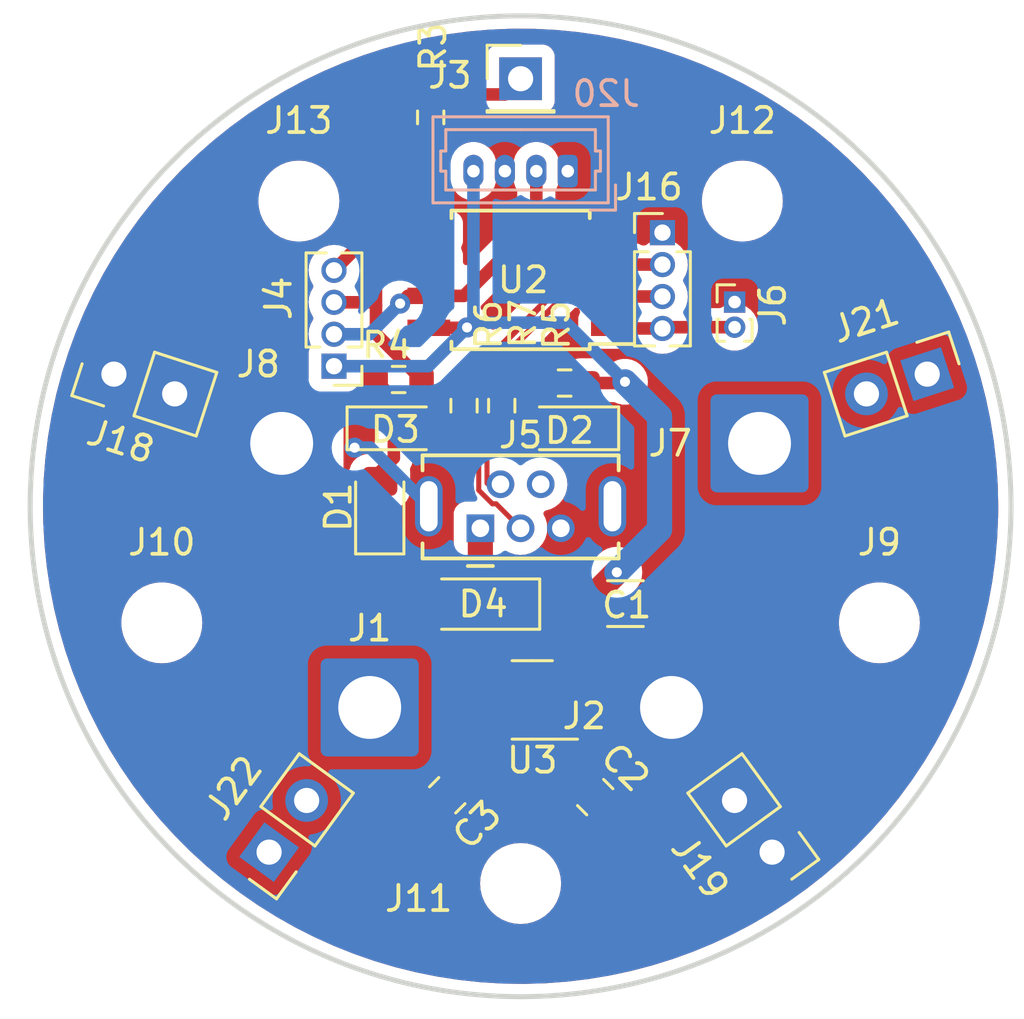
<source format=kicad_pcb>
(kicad_pcb (version 20211014) (generator pcbnew)
  (layers (0 "F.Cu" signal) (31 "B.Cu" signal) (34 "B.Paste" user) (35 "F.Paste" user) (36 "B.SilkS" user "B.Silkscreen") (37 "F.SilkS" user "F.Silkscreen") (38 "B.Mask" user) (39 "F.Mask" user) (44 "Edge.Cuts" user))
  (net 0 "")
  (net 1 "GND")
  (net 2 "+5V")
  (net 3 "Net-(J3-Pad1)")
  (net 5 "/D_N")
  (net 6 "/D_P")
  (net 7 "VBUS")
  (net 8 "B2")
  (net 9 "B0")
  (net 10 "B1")
  (net 11 "Net-(D1-Pad2)")
  (net 12 "USB_N")
  (net 13 "USB_P")
  (net 14 "RESET")
  (net 15 "+12V")
  (footprint "Connector_Wire:SolderWire-2sqmm_1x01_D2mm_OD3.9mm" (layer "F.Cu") (at 106 108)
    (fp_text reference "J2" (at -3.47 0.34) (layer "F.SilkS"))
    (fp_text value "Conn_01x01")
    (pad "1" thru_hole roundrect (at 0 0) (size 3.9 3.9) (drill 2.5) (layers *.Cu *.Mask) (roundrect_rratio 0.064103) (net 15 "+12V"))
  )
  (footprint "Connector_PinHeader_2.54mm:PinHeader_1x01_P2.54mm_Vertical" (layer "F.Cu") (at 100 83)
    (fp_text reference "J3" (at -2.81 -0.13) (layer "F.SilkS"))
    (fp_text value "Conn_01x01")
    (fp_line (start -1.33 1.27) (end -1.33 1.33) (layer "F.SilkS") (width 0.12))
    (fp_line (start 1.33 1.27) (end 1.33 1.33) (layer "F.SilkS") (width 0.12))
    (fp_line (start -1.33 1.33) (end 1.33 1.33) (layer "F.SilkS") (width 0.12))
    (fp_line (start -1.33 1.27) (end 1.33 1.27) (layer "F.SilkS") (width 0.12))
    (fp_line (start -1.33 0) (end -1.33 -1.33) (layer "F.SilkS") (width 0.12))
    (fp_line (start -1.33 -1.33) (end 0 -1.33) (layer "F.SilkS") (width 0.12))
    (pad "1" thru_hole rect locked (at 0 0) (size 1.7 1.7) (drill 1) (layers *.Cu *.Mask) (net 3 "Net-(J3-Pad1)"))
  )
  (footprint "Connector_USB:USB_Mini-B_Tensility_54-00023_Vertical" (layer "F.Cu") (at 98.4 100.875)
    (fp_text reference "J5" (at 1.6 -3.7) (layer "F.SilkS"))
    (fp_text value "USB_B_Micro")
    (fp_line (start 5.5 1.2) (end 5.5 0.6) (layer "F.SilkS") (width 0.15))
    (fp_line (start -0.5 1.5) (end 0.5 1.5) (layer "F.SilkS") (width 0.15))
    (fp_line (start -2.3 -2.3) (end -2.3 -2.9) (layer "F.SilkS") (width 0.15))
    (fp_line (start -2.3 1.2) (end 5.5 1.2) (layer "F.SilkS") (width 0.15))
    (fp_line (start -2.3 0.6) (end -2.3 1.2) (layer "F.SilkS") (width 0.15))
    (fp_line (start 5.5 -2.9) (end 5.5 -2.3) (layer "F.SilkS") (width 0.15))
    (fp_line (start -2.3 -2.9) (end 5.5 -2.9) (layer "F.SilkS") (width 0.15))
    (pad "1" thru_hole rect locked (at 0 0) (size 1.1 1.1) (drill 0.7) (layers *.Cu *.Mask) (net 7 "VBUS"))
    (pad "2" thru_hole circle locked (at 0.8 -1.75) (size 1.1 1.1) (drill 0.7) (layers *.Cu *.Mask) (net 5 "/D_N"))
    (pad "3" thru_hole circle locked (at 1.6 0) (size 1.1 1.1) (drill 0.7) (layers *.Cu *.Mask) (net 6 "/D_P"))
    (pad "4" thru_hole circle locked (at 2.4 -1.75) (size 1.1 1.1) (drill 0.7) (layers *.Cu *.Mask))
    (pad "5" thru_hole circle locked (at 3.2 0) (size 1.1 1.1) (drill 0.7) (layers *.Cu *.Mask) (net 1 "GND"))
    (pad "6" thru_hole oval locked (at 5.25 -0.875) (size 1.1 2.4) (drill oval 0.7 2) (layers *.Cu *.Mask) (net 1 "GND"))
    (pad "6" thru_hole oval locked (at -2.05 -0.875) (size 1.1 2.4) (drill oval 0.7 2) (layers *.Cu *.Mask) (net 1 "GND"))
  )
  (footprint "Resistor_SMD:R_0603_1608Metric_Pad0.98x0.95mm_HandSolder" (layer "F.Cu") (at 96.425 84.5375 -90)
    (fp_text reference "R3" (at -2.8 -0.09 -270) (layer "F.SilkS"))
    (fp_text value "500")
    (fp_line (start -0.254724 0.5225) (end 0.254724 0.5225) (layer "F.SilkS") (width 0.12))
    (fp_line (start -0.254724 -0.5225) (end 0.254724 -0.5225) (layer "F.SilkS") (width 0.12))
    (pad "1" smd roundrect locked (at -0.9125 0 270) (size 0.975 0.95) (layers "F.Cu" "F.Paste" "F.Mask") (net 3 "Net-(J3-Pad1)"))
    (pad "2" smd roundrect locked (at 0.9125 0 270) (size 0.975 0.95) (layers "F.Cu" "F.Paste" "F.Mask") (net 9 "B0"))
  )
  (footprint "Resistor_SMD:R_0603_1608Metric_Pad0.98x0.95mm_HandSolder" (layer "F.Cu") (at 95.15 94.96)
    (fp_text reference "R4" (at -0.47 -1.36) (layer "F.SilkS"))
    (fp_text value "470")
    (fp_line (start -0.254724 -0.5225) (end 0.254724 -0.5225) (layer "F.SilkS") (width 0.12))
    (fp_line (start -0.254724 0.5225) (end 0.254724 0.5225) (layer "F.SilkS") (width 0.12))
    (pad "1" smd roundrect locked (at -0.9125 0) (size 0.975 0.95) (layers "F.Cu" "F.Paste" "F.Mask") (net 11 "Net-(D1-Pad2)"))
    (pad "2" smd roundrect locked (at 0.9125 0) (size 0.975 0.95) (layers "F.Cu" "F.Paste" "F.Mask") (net 10 "B1"))
  )
  (footprint "Resistor_SMD:R_0603_1608Metric_Pad0.98x0.95mm_HandSolder" (layer "F.Cu") (at 99.25 96 -90)
    (fp_text reference "R7" (at -3.26 -0.84 90) (layer "F.SilkS"))
    (fp_text value "68")
    (fp_line (start -0.254724 -0.5225) (end 0.254724 -0.5225) (layer "F.SilkS") (width 0.12))
    (fp_line (start -0.254724 0.5225) (end 0.254724 0.5225) (layer "F.SilkS") (width 0.12))
    (pad "1" smd roundrect locked (at -0.9125 0 270) (size 0.975 0.95) (layers "F.Cu" "F.Paste" "F.Mask") (net 12 "USB_N"))
    (pad "2" smd roundrect locked (at 0.9125 0 270) (size 0.975 0.95) (layers "F.Cu" "F.Paste" "F.Mask") (net 5 "/D_N"))
  )
  (footprint "Package_SO:SOIJ-8_5.3x5.3mm_P1.27mm" (layer "F.Cu") (at 100 91 180)
    (fp_text reference "U2" (at -0.1 0) (layer "F.SilkS"))
    (fp_text value "ATtiny85-20SU")
    (fp_line (start -2.75 2.755) (end -2.75 2.455) (layer "F.SilkS") (width 0.15))
    (fp_line (start -2.75 -2.55) (end -4.5 -2.55) (layer "F.SilkS") (width 0.15))
    (fp_line (start 2.75 2.755) (end 2.75 2.455) (layer "F.SilkS") (width 0.15))
    (fp_line (start -2.75 -2.755) (end 2.75 -2.755) (layer "F.SilkS") (width 0.15))
    (fp_line (start 2.75 -2.755) (end 2.75 -2.455) (layer "F.SilkS") (width 0.15))
    (fp_line (start -2.75 2.755) (end 2.75 2.755) (layer "F.SilkS") (width 0.15))
    (fp_line (start -2.75 -2.755) (end -2.75 -2.55) (layer "F.SilkS") (width 0.15))
    (pad "1" smd rect locked (at -3.65 -1.905 180) (size 1.7 0.65) (layers "F.Cu" "F.Paste" "F.Mask") (net 14 "RESET"))
    (pad "2" smd rect locked (at -3.65 -0.635 180) (size 1.7 0.65) (layers "F.Cu" "F.Paste" "F.Mask") (net 12 "USB_N"))
    (pad "3" smd rect locked (at -3.65 0.635 180) (size 1.7 0.65) (layers "F.Cu" "F.Paste" "F.Mask") (net 13 "USB_P"))
    (pad "4" smd rect locked (at -3.65 1.905 180) (size 1.7 0.65) (layers "F.Cu" "F.Paste" "F.Mask") (net 1 "GND"))
    (pad "5" smd rect locked (at 3.65 1.905 180) (size 1.7 0.65) (layers "F.Cu" "F.Paste" "F.Mask") (net 9 "B0"))
    (pad "6" smd rect locked (at 3.65 0.635 180) (size 1.7 0.65) (layers "F.Cu" "F.Paste" "F.Mask") (net 10 "B1"))
    (pad "7" smd rect locked (at 3.65 -0.635 180) (size 1.7 0.65) (layers "F.Cu" "F.Paste" "F.Mask") (net 8 "B2"))
    (pad "8" smd rect locked (at 3.65 -1.905 180) (size 1.7 0.65) (layers "F.Cu" "F.Paste" "F.Mask") (net 2 "+5V"))
  )
  (footprint "Connector_Wire:SolderWire-2sqmm_1x01_D2mm_OD3.9mm" (layer "F.Cu") (at 94 108)
    (fp_text reference "J1" (at 0 -3.15) (layer "F.SilkS"))
    (fp_text value "Conn_01x01")
    (pad "1" thru_hole roundrect (at 0 0) (size 3.9 3.9) (drill 2.5) (layers *.Cu *.Mask) (roundrect_rratio 0.064103) (net 1 "GND"))
  )
  (footprint "Connector_Wire:SolderWire-2sqmm_1x01_D2mm_OD3.9mm" (layer "F.Cu") (at 109.5 97.5)
    (fp_text reference "J7" (at -3.55 0) (layer "F.SilkS"))
    (fp_text value "Conn_01x01")
    (pad "1" thru_hole roundrect (at 0 0) (size 3.9 3.9) (drill 2.5) (layers *.Cu *.Mask) (roundrect_rratio 0.064103) (net 1 "GND"))
  )
  (footprint "MountingHole:MountingHole_2.2mm_M2" (layer "F.Cu") (at 100 115)
    (fp_text reference "J11" (at -4.05 0.6) (layer "F.SilkS"))
    (fp_text value "Conn_01x01")
    (pad "" np_thru_hole circle locked (at 0 0) (size 2.2 2.2) (drill 2.2) (layers *.Cu *.Mask))
  )
  (footprint "MountingHole:MountingHole_2.2mm_M2" (layer "F.Cu") (at 108.817 87.865)
    (fp_text reference "J12" (at 0 -3.2) (layer "F.SilkS"))
    (fp_text value "Conn_01x01")
    (pad "" np_thru_hole circle locked (at 0 0) (size 2.2 2.2) (drill 2.2) (layers F&B.Cu *.Mask))
  )
  (footprint "MountingHole:MountingHole_2.2mm_M2" (layer "F.Cu") (at 91.183 87.865)
    (fp_text reference "J13" (at 0 -3.2) (layer "F.SilkS"))
    (fp_text value "Conn_01x01")
    (pad "" np_thru_hole circle locked (at 0 0) (size 2.2 2.2) (drill 2.2) (layers *.Cu *.Mask))
  )
  (footprint "MountingHole:MountingHole_2.2mm_M2" (layer "F.Cu") (at 114.266 104.635)
    (fp_text reference "J9" (at 0 -3.2) (layer "F.SilkS"))
    (fp_text value "Conn_01x01")
    (pad "" np_thru_hole circle locked (at 0 0) (size 2.2 2.2) (drill 2.2) (layers *.Cu *.Mask))
  )
  (footprint "MountingHole:MountingHole_2.2mm_M2" (layer "F.Cu") (at 85.734 104.635)
    (fp_text reference "J10" (at 0 -3.2) (layer "F.SilkS"))
    (fp_text value "Conn_01x01")
    (pad "" np_thru_hole circle locked (at 0 0) (size 2.2 2.2) (drill 2.2) (layers *.Cu *.Mask))
  )
  (footprint "Capacitor_SMD:C_1206_3216Metric_Pad1.33x1.80mm_HandSolder" (layer "F.Cu") (at 104.1675 103.87)
    (fp_text reference "C1" (at 0.0525 0.06) (layer "F.SilkS"))
    (fp_text value "10uF")
    (fp_line (start -0.711252 -0.91) (end 0.711252 -0.91) (layer "F.SilkS") (width 0.12))
    (fp_line (start -0.711252 0.91) (end 0.711252 0.91) (layer "F.SilkS") (width 0.12))
    (pad "1" smd roundrect (at -1.5625 0) (size 1.325 1.8) (layers "F.Cu" "F.Paste" "F.Mask") (roundrect_rratio 0.188679) (net 2 "+5V"))
    (pad "2" smd roundrect (at 1.5625 0) (size 1.325 1.8) (layers "F.Cu" "F.Paste" "F.Mask") (roundrect_rratio 0.188679) (net 1 "GND"))
  )
  (footprint "Diode_SMD:D_SOD-323_HandSoldering" (layer "F.Cu") (at 102 96.9 180)
    (fp_text reference "D2" (at 0.06 -0.09 180) (layer "F.SilkS"))
    (fp_text value "3.6V")
    (fp_line (start -1.9 0.85) (end 1.25 0.85) (layer "F.SilkS") (width 0.12))
    (fp_line (start -1.9 -0.85) (end 1.25 -0.85) (layer "F.SilkS") (width 0.12))
    (fp_line (start -1.9 -0.85) (end -1.9 0.85) (layer "F.SilkS") (width 0.12))
    (pad "1" smd rect (at -1.25 0 180) (size 1 1) (layers "F.Cu" "F.Paste" "F.Mask") (net 1 "GND"))
    (pad "2" smd rect (at 1.25 0 180) (size 1 1) (layers "F.Cu" "F.Paste" "F.Mask") (net 5 "/D_N"))
  )
  (footprint "Diode_SMD:D_SOD-323_HandSoldering" (layer "F.Cu") (at 95 96.9)
    (fp_text reference "D3" (at 0.02 0.05) (layer "F.SilkS"))
    (fp_text value "3.6V")
    (fp_line (start -1.9 -0.85) (end -1.9 0.85) (layer "F.SilkS") (width 0.12))
    (fp_line (start -1.9 -0.85) (end 1.25 -0.85) (layer "F.SilkS") (width 0.12))
    (fp_line (start -1.9 0.85) (end 1.25 0.85) (layer "F.SilkS") (width 0.12))
    (pad "1" smd rect (at -1.25 0) (size 1 1) (layers "F.Cu" "F.Paste" "F.Mask") (net 1 "GND"))
    (pad "2" smd rect (at 1.25 0) (size 1 1) (layers "F.Cu" "F.Paste" "F.Mask") (net 6 "/D_P"))
  )
  (footprint "LED_SMD:LED_0805_2012Metric_Pad1.15x1.40mm_HandSolder" (layer "F.Cu") (at 94.4 100.035 90)
    (fp_text reference "D1" (at 0 -1.65 90) (layer "F.SilkS"))
    (fp_text value "LED")
    (fp_line (start 1 -0.96) (end -1.86 -0.96) (layer "F.SilkS") (width 0.12))
    (fp_line (start -1.86 -0.96) (end -1.86 0.96) (layer "F.SilkS") (width 0.12))
    (fp_line (start -1.86 0.96) (end 1 0.96) (layer "F.SilkS") (width 0.12))
    (pad "1" smd roundrect locked (at -1.025 0 90) (size 1.15 1.4) (layers "F.Cu" "F.Paste" "F.Mask") (roundrect_rratio 0.217391) (net 1 "GND"))
    (pad "2" smd roundrect locked (at 1.025 0 90) (size 1.15 1.4) (layers "F.Cu" "F.Paste" "F.Mask") (roundrect_rratio 0.217391) (net 11 "Net-(D1-Pad2)"))
  )
  (footprint "Diode_SMD:D_SOD-123" (layer "F.Cu") (at 98.51 103.89 180)
    (fp_text reference "D4" (at 0 0) (layer "F.SilkS"))
    (fp_text value "D_Schottky")
    (fp_line (start -2.25 1) (end 1.65 1) (layer "F.SilkS") (width 0.12))
    (fp_line (start -2.25 -1) (end -2.25 1) (layer "F.SilkS") (width 0.12))
    (fp_line (start -2.25 -1) (end 1.65 -1) (layer "F.SilkS") (width 0.12))
    (pad "1" smd rect locked (at -1.65 0 180) (size 0.9 1.2) (layers "F.Cu" "F.Paste" "F.Mask") (net 2 "+5V"))
    (pad "2" smd rect locked (at 1.65 0 180) (size 0.9 1.2) (layers "F.Cu" "F.Paste" "F.Mask") (net 7 "VBUS"))
  )
  (footprint "Connector_PinHeader_1.00mm:PinHeader_1x02_P1.00mm_Vertical" (layer "F.Cu") (at 108.51 91.88)
    (fp_text reference "J6" (at 1.51 0.11 270) (layer "F.SilkS"))
    (fp_text value "Conn_01x02")
    (fp_line (start -0.695 1.56) (end -0.394493 1.56) (layer "F.SilkS") (width 0.12))
    (fp_line (start -0.695 0) (end -0.695 -0.685) (layer "F.SilkS") (width 0.12))
    (fp_line (start -0.695 0.685) (end -0.608276 0.685) (layer "F.SilkS") (width 0.12))
    (fp_line (start -0.695 0.685) (end -0.695 1.56) (layer "F.SilkS") (width 0.12))
    (fp_line (start 0.394493 1.56) (end 0.695 1.56) (layer "F.SilkS") (width 0.12))
    (fp_line (start 0.608276 0.685) (end 0.695 0.685) (layer "F.SilkS") (width 0.12))
    (fp_line (start -0.695 -0.685) (end 0 -0.685) (layer "F.SilkS") (width 0.12))
    (fp_line (start 0.695 0.685) (end 0.695 1.56) (layer "F.SilkS") (width 0.12))
    (pad "1" thru_hole rect (at 0 0) (size 0.85 0.85) (drill 0.5) (layers *.Cu *.Mask) (net 1 "GND"))
    (pad "2" thru_hole oval (at 0 1) (size 0.85 0.85) (drill 0.5) (layers *.Cu *.Mask) (net 14 "RESET"))
  )
  (footprint "Connector_PinHeader_1.27mm:PinHeader_1x04_P1.27mm_Vertical" (layer "F.Cu") (at 92.58 94.43 180)
    (fp_text reference "J4" (at 2.21 2.7 90) (layer "F.SilkS"))
    (fp_text value "Conn_01x04")
    (fp_line (start 0.563471 0.76) (end 1.11 0.76) (layer "F.SilkS") (width 0.12))
    (fp_line (start -1.11 -0.76) (end 0 -0.76) (layer "F.SilkS") (width 0.12))
    (fp_line (start 0.30753 4.505) (end 1.11 4.505) (layer "F.SilkS") (width 0.12))
    (fp_line (start -1.11 0) (end -1.11 -0.76) (layer "F.SilkS") (width 0.12))
    (fp_line (start -1.11 4.505) (end -0.30753 4.505) (layer "F.SilkS") (width 0.12))
    (fp_line (start 1.11 0.76) (end 1.11 4.505) (layer "F.SilkS") (width 0.12))
    (fp_line (start -1.11 0.76) (end -0.563471 0.76) (layer "F.SilkS") (width 0.12))
    (fp_line (start -1.11 0.76) (end -1.11 4.505) (layer "F.SilkS") (width 0.12))
    (pad "1" thru_hole rect (at 0 0 180) (size 1 1) (drill 0.65) (layers *.Cu *.Mask) (net 2 "+5V"))
    (pad "2" thru_hole oval (at 0 1.27 180) (size 1 1) (drill 0.65) (layers *.Cu *.Mask) (net 8 "B2"))
    (pad "3" thru_hole oval (at 0 2.54 180) (size 1 1) (drill 0.65) (layers *.Cu *.Mask) (net 10 "B1"))
    (pad "4" thru_hole oval (at 0 3.81 180) (size 1 1) (drill 0.65) (layers *.Cu *.Mask) (net 9 "B0"))
  )
  (footprint "Connector_PinHeader_1.27mm:PinHeader_1x04_P1.27mm_Vertical" (layer "F.Cu") (at 105.64 89.12)
    (fp_text reference "J16" (at -0.53 -1.81) (layer "F.SilkS"))
    (fp_text value "Conn_01x04")
    (fp_line (start -1.11 -0.76) (end 0 -0.76) (layer "F.SilkS") (width 0.12))
    (fp_line (start -1.11 0.76) (end -0.563471 0.76) (layer "F.SilkS") (width 0.12))
    (fp_line (start -1.11 0) (end -1.11 -0.76) (layer "F.SilkS") (width 0.12))
    (fp_line (start -1.11 0.76) (end -1.11 4.505) (layer "F.SilkS") (width 0.12))
    (fp_line (start 1.11 0.76) (end 1.11 4.505) (layer "F.SilkS") (width 0.12))
    (fp_line (start -1.11 4.505) (end -0.30753 4.505) (layer "F.SilkS") (width 0.12))
    (fp_line (start 0.30753 4.505) (end 1.11 4.505) (layer "F.SilkS") (width 0.12))
    (fp_line (start 0.563471 0.76) (end 1.11 0.76) (layer "F.SilkS") (width 0.12))
    (pad "1" thru_hole rect (at 0 0) (size 1 1) (drill 0.65) (layers *.Cu *.Mask) (net 1 "GND"))
    (pad "2" thru_hole oval (at 0 1.27) (size 1 1) (drill 0.65) (layers *.Cu *.Mask) (net 13 "USB_P"))
    (pad "3" thru_hole oval (at 0 2.54) (size 1 1) (drill 0.65) (layers *.Cu *.Mask) (net 12 "USB_N"))
    (pad "4" thru_hole oval (at 0 3.81) (size 1 1) (drill 0.65) (layers *.Cu *.Mask) (net 14 "RESET"))
  )
  (footprint "Resistor_SMD:R_0603_1608Metric_Pad0.98x0.95mm_HandSolder" (layer "F.Cu") (at 97.75 96 -90)
    (fp_text reference "R6" (at -3.22 -0.98 90) (layer "F.SilkS"))
    (fp_text value "68")
    (fp_line (start -0.254724 -0.5225) (end 0.254724 -0.5225) (layer "F.SilkS") (width 0.12))
    (fp_line (start -0.254724 0.5225) (end 0.254724 0.5225) (layer "F.SilkS") (width 0.12))
    (pad "1" smd roundrect locked (at -0.9125 0 270) (size 0.975 0.95) (layers "F.Cu" "F.Paste" "F.Mask") (net 13 "USB_P"))
    (pad "2" smd roundrect locked (at 0.9125 0 270) (size 0.975 0.95) (layers "F.Cu" "F.Paste" "F.Mask") (net 6 "/D_P"))
  )
  (footprint "Resistor_SMD:R_0603_1608Metric_Pad0.98x0.95mm_HandSolder" (layer "F.Cu") (at 101.75 95.1 180)
    (fp_text reference "R5" (at 0.32 2.3 90) (layer "F.SilkS"))
    (fp_text value "1.5K")
    (fp_line (start -0.254724 -0.5225) (end 0.254724 -0.5225) (layer "F.SilkS") (width 0.12))
    (fp_line (start -0.254724 0.5225) (end 0.254724 0.5225) (layer "F.SilkS") (width 0.12))
    (pad "1" smd roundrect locked (at -0.9125 0 180) (size 0.975 0.95) (layers "F.Cu" "F.Paste" "F.Mask") (net 2 "+5V"))
    (pad "2" smd roundrect locked (at 0.9125 0 180) (size 0.975 0.95) (layers "F.Cu" "F.Paste" "F.Mask") (net 5 "/D_N"))
  )
  (footprint "Package_TO_SOT_SMD:SOT-23-5" (layer "F.Cu") (at 100.4625 107.7 180)
    (fp_text reference "U3" (at 0 -2.4) (layer "F.SilkS"))
    (fp_text value "MIC5219-5.0YM5")
    (fp_line (start 0 1.56) (end -0.8 1.56) (layer "F.SilkS") (width 0.12))
    (fp_line (start 0 -1.56) (end 0.8 -1.56) (layer "F.SilkS") (width 0.12))
    (fp_line (start 0 1.56) (end 0.8 1.56) (layer "F.SilkS") (width 0.12))
    (fp_line (start 0 -1.56) (end -1.8 -1.56) (layer "F.SilkS") (width 0.12))
    (pad "1" smd roundrect locked (at -1.1375 -0.95 180) (size 1.325 0.6) (layers "F.Cu" "F.Paste" "F.Mask") (net 15 "+12V"))
    (pad "2" smd roundrect locked (at -1.1375 0 180) (size 1.325 0.6) (layers "F.Cu" "F.Paste" "F.Mask") (net 1 "GND"))
    (pad "3" smd roundrect locked (at -1.1375 0.95 180) (size 1.325 0.6) (layers "F.Cu" "F.Paste" "F.Mask"))
    (pad "4" smd roundrect locked (at 1.1375 0.95 180) (size 1.325 0.6) (layers "F.Cu" "F.Paste" "F.Mask"))
    (pad "5" smd roundrect locked (at 1.1375 -0.95 180) (size 1.325 0.6) (layers "F.Cu" "F.Paste" "F.Mask") (net 2 "+5V"))
  )
  (footprint "Connector_PinHeader_2.54mm:PinHeader_1x02_P2.54mm_Vertical" (layer "F.Cu") (at 83.83 94.7467 72)
    (fp_text reference "J18" (at -2.459025 1.08288 162) (layer "F.SilkS"))
    (fp_text value "Conn_01x02")
    (fp_line (start -1.33 1.27) (end -1.33 3.87) (layer "F.SilkS") (width 0.12))
    (fp_line (start -1.33 1.27) (end 1.33 1.27) (layer "F.SilkS") (width 0.12))
    (fp_line (start -1.33 3.87) (end 1.33 3.87) (layer "F.SilkS") (width 0.12))
    (fp_line (start -1.33 -1.33) (end 0 -1.33) (layer "F.SilkS") (width 0.12))
    (fp_line (start 1.33 1.27) (end 1.33 3.87) (layer "F.SilkS") (width 0.12))
    (fp_line (start -1.33 0) (end -1.33 -1.33) (layer "F.SilkS") (width 0.12))
    (pad "1" thru_hole rect locked (at 0 0 72) (size 1.7 1.7) (drill 1) (layers *.Cu *.Mask) (net 15 "+12V"))
    (pad "2" thru_hole oval locked (at 0 2.54 72) (size 1.7 1.7) (drill 1) (layers *.Cu *.Mask) (net 15 "+12V"))
  )
  (footprint "Connector_PinHeader_2.54mm:PinHeader_1x02_P2.54mm_Vertical" (layer "F.Cu") (at 90 113.753 144)
    (fp_text reference "J22" (at 2.64133 1.236643 234) (layer "F.SilkS"))
    (fp_text value "Conn_01x02")
    (fp_line (start -1.33 0) (end -1.33 -1.33) (layer "F.SilkS") (width 0.12))
    (fp_line (start -1.33 -1.33) (end 0 -1.33) (layer "F.SilkS") (width 0.12))
    (fp_line (start -1.33 3.87) (end 1.33 3.87) (layer "F.SilkS") (width 0.12))
    (fp_line (start 1.33 1.27) (end 1.33 3.87) (layer "F.SilkS") (width 0.12))
    (fp_line (start -1.33 1.27) (end -1.33 3.87) (layer "F.SilkS") (width 0.12))
    (fp_line (start -1.33 1.27) (end 1.33 1.27) (layer "F.SilkS") (width 0.12))
    (pad "1" thru_hole rect locked (at 0 0 144) (size 1.7 1.7) (drill 1) (layers *.Cu *.Mask) (net 1 "GND"))
    (pad "2" thru_hole oval locked (at 0 2.54 144) (size 1.7 1.7) (drill 1) (layers *.Cu *.Mask) (net 1 "GND"))
  )
  (footprint "Capacitor_SMD:C_0805_2012Metric_Pad1.18x1.45mm_HandSolder" (layer "F.Cu") (at 97.083623 111.491377 -135)
    (fp_text reference "C3" (at 0 -1.68 45) (layer "F.SilkS"))
    (fp_text value "2.2uF")
    (fp_line (start -0.261252 -0.735) (end 0.261252 -0.735) (layer "F.SilkS") (width 0.12))
    (fp_line (start -0.261252 0.735) (end 0.261252 0.735) (layer "F.SilkS") (width 0.12))
    (pad "1" smd roundrect locked (at -1.0375 0 225) (size 1.175 1.45) (layers "F.Cu" "F.Paste" "F.Mask") (roundrect_rratio 0.212766) (net 2 "+5V"))
    (pad "2" smd roundrect locked (at 1.0375 0 225) (size 1.175 1.45) (layers "F.Cu" "F.Paste" "F.Mask") (roundrect_rratio 0.212766) (net 1 "GND"))
  )
  (footprint "Capacitor_SMD:C_0805_2012Metric_Pad1.18x1.45mm_HandSolder" (layer "F.Cu") (at 102.966377 111.566377 -45)
    (fp_text reference "C2" (at 0 -1.68 135) (layer "F.SilkS"))
    (fp_text value "1uF")
    (fp_line (start -0.261252 -0.735) (end 0.261252 -0.735) (layer "F.SilkS") (width 0.12))
    (fp_line (start -0.261252 0.735) (end 0.261252 0.735) (layer "F.SilkS") (width 0.12))
    (pad "1" smd roundrect locked (at -1.0375 0 315) (size 1.175 1.45) (layers "F.Cu" "F.Paste" "F.Mask") (roundrect_rratio 0.212766) (net 15 "+12V"))
    (pad "2" smd roundrect locked (at 1.0375 0 315) (size 1.175 1.45) (layers "F.Cu" "F.Paste" "F.Mask") (roundrect_rratio 0.212766) (net 1 "GND"))
  )
  (footprint "Connector_PinHeader_2.54mm:PinHeader_1x02_P2.54mm_Vertical" (layer "F.Cu") (at 110 113.753 -144)
    (fp_text reference "J19" (at 2.678664 1.19587 126) (layer "F.SilkS"))
    (fp_text value "Conn_01x02")
    (fp_line (start -1.33 1.27) (end -1.33 3.87) (layer "F.SilkS") (width 0.12))
    (fp_line (start -1.33 0) (end -1.33 -1.33) (layer "F.SilkS") (width 0.12))
    (fp_line (start -1.33 1.27) (end 1.33 1.27) (layer "F.SilkS") (width 0.12))
    (fp_line (start -1.33 -1.33) (end 0 -1.33) (layer "F.SilkS") (width 0.12))
    (fp_line (start -1.33 3.87) (end 1.33 3.87) (layer "F.SilkS") (width 0.12))
    (fp_line (start 1.33 1.27) (end 1.33 3.87) (layer "F.SilkS") (width 0.12))
    (pad "1" thru_hole rect locked (at 0 0 216) (size 1.7 1.7) (drill 1) (layers *.Cu *.Mask) (net 15 "+12V"))
    (pad "2" thru_hole oval locked (at 0 2.54 216) (size 1.7 1.7) (drill 1) (layers *.Cu *.Mask) (net 15 "+12V"))
  )
  (footprint "Connector_PinHeader_2.54mm:PinHeader_1x02_P2.54mm_Vertical" (layer "F.Cu") (at 116.1679 94.7467 -72)
    (fp_text reference "J21" (at -2.779055 1.670905 198) (layer "F.SilkS"))
    (fp_text value "Conn_01x02")
    (fp_line (start -1.33 -1.33) (end 0 -1.33) (layer "F.SilkS") (width 0.12))
    (fp_line (start 1.33 1.27) (end 1.33 3.87) (layer "F.SilkS") (width 0.12))
    (fp_line (start -1.33 3.87) (end 1.33 3.87) (layer "F.SilkS") (width 0.12))
    (fp_line (start -1.33 1.27) (end 1.33 1.27) (layer "F.SilkS") (width 0.12))
    (fp_line (start -1.33 0) (end -1.33 -1.33) (layer "F.SilkS") (width 0.12))
    (fp_line (start -1.33 1.27) (end -1.33 3.87) (layer "F.SilkS") (width 0.12))
    (pad "1" thru_hole rect locked (at 0 0 288) (size 1.7 1.7) (drill 1) (layers *.Cu *.Mask) (net 1 "GND"))
    (pad "2" thru_hole oval locked (at 0 2.54 288) (size 1.7 1.7) (drill 1) (layers *.Cu *.Mask) (net 1 "GND"))
  )
  (footprint "Connector_Wire:SolderWire-2sqmm_1x01_D2mm_OD3.9mm" (layer "F.Cu") (at 90.5 97.5)
    (fp_text reference "J8" (at -0.93 -3.15) (layer "F.SilkS"))
    (fp_text value "Conn_01x01")
    (pad "1" thru_hole roundrect (at 0 0) (size 3.9 3.9) (drill 2.5) (layers *.Cu *.Mask) (roundrect_rratio 0.064103) (net 15 "+12V"))
  )
  (footprint "Connector_Molex:Molex_PicoBlade_53047-0410_1x04_P1.25mm_Vertical" (layer "B.Cu") (at 101.875 86.675 180)
    (fp_text reference "J20" (at -1.525 3.08) (layer "B.SilkS") (effects (justify mirror)))
    (fp_text value "Conn_01x04")
    (fp_line (start -1.1 0.8) (end -1.1 1.65) (layer "B.SilkS") (width 0.12))
    (fp_line (start -1.61 2.16) (end -1.61 -1.26) (layer "B.SilkS") (width 0.12))
    (fp_line (start 4.85 0.8) (end 4.85 1.65) (layer "B.SilkS") (width 0.12))
    (fp_line (start -1.1 -0.75) (end -1.1 0) (layer "B.SilkS") (width 0.12))
    (fp_line (start 4.85 1.65) (end 1.875 1.65) (layer "B.SilkS") (width 0.12))
    (fp_line (start -1.9 -1.55) (end -0.9 -1.55) (layer "B.SilkS") (width 0.12))
    (fp_line (start -1.1 1.65) (end 1.875 1.65) (layer "B.SilkS") (width 0.12))
    (fp_line (start 4.85 -0.75) (end 4.85 0) (layer "B.SilkS") (width 0.12))
    (fp_line (start -1.9 -1.55) (end -1.9 -0.55) (layer "B.SilkS") (width 0.12))
    (fp_line (start 5.05 0.8) (end 4.85 0.8) (layer "B.SilkS") (width 0.12))
    (fp_line (start 4.85 0) (end 5.05 0) (layer "B.SilkS") (width 0.12))
    (fp_line (start 5.36 -1.26) (end 5.36 2.16) (layer "B.SilkS") (width 0.12))
    (fp_line (start 1.875 -0.75) (end -1.1 -0.75) (layer "B.SilkS") (width 0.12))
    (fp_line (start -1.3 0.8) (end -1.1 0.8) (layer "B.SilkS") (width 0.12))
    (fp_line (start -1.1 0) (end -1.3 0) (layer "B.SilkS") (width 0.12))
    (fp_line (start -1.3 0) (end -1.3 0.8) (layer "B.SilkS") (width 0.12))
    (fp_line (start 1.875 -0.75) (end 4.85 -0.75) (layer "B.SilkS") (width 0.12))
    (fp_line (start 5.05 0) (end 5.05 0.8) (layer "B.SilkS") (width 0.12))
    (fp_line (start -1.61 -1.26) (end 5.36 -1.26) (layer "B.SilkS") (width 0.12))
    (fp_line (start 5.36 2.16) (end -1.61 2.16) (layer "B.SilkS") (width 0.12))
    (pad "1" thru_hole roundrect (at 0 0 180) (size 0.8 1.3) (drill 0.5) (layers *.Cu *.Mask) (net 1 "GND"))
    (pad "2" thru_hole oval (at 1.25 0 180) (size 0.8 1.3) (drill 0.5) (layers *.Cu *.Mask) (net 8 "B2"))
    (pad "3" thru_hole oval (at 2.5 0 180) (size 0.8 1.3) (drill 0.5) (layers *.Cu *.Mask) (net 1 "GND"))
    (pad "4" thru_hole oval (at 3.75 0 180) (size 0.8 1.3) (drill 0.5) (layers *.Cu *.Mask) (net 2 "+5V"))
  )
  (gr_circle locked (center 100 100) (end 119.5 100) (layer "Edge.Cuts") (width 0.2) (fill none))
  (segment (start 105.73 103.87) (end 105.73 102.08) (width 1) (layer "F.Cu") (net 1))
  (segment (start 103.65 89.095) (end 105.615 89.095) (width 0.5) (layer "F.Cu") (net 1))
  (segment (start 102.775 100.875) (end 103.65 100) (width 1) (layer "F.Cu") (net 1))
  (segment (start 93.75 97.32) (end 93.4 97.67) (width 0.5) (layer "F.Cu") (net 1))
  (segment (start 105.615 89.095) (end 105.64 89.12) (width 0.5) (layer "F.Cu") (net 1))
  (segment (start 93.75 96.9) (end 93.75 97.32) (width 0.5) (layer "F.Cu") (net 1))
  (segment (start 95.29 101.06) (end 96.35 100) (width 1) (layer "F.Cu") (net 1))
  (segment (start 101.6 100.875) (end 102.775 100.875) (width 1) (layer "F.Cu") (net 1))
  (segment (start 94.4 101.06) (end 95.29 101.06) (width 1) (layer "F.Cu") (net 1))
  (segment (start 105.73 102.08) (end 103.65 100) (width 1) (layer "F.Cu") (net 1))
  (via (at 93.4 97.67) (size 0.8) (drill 0.4) (layers "F.Cu" "B.Cu") (net 1))
  (segment (start 94.02 97.67) (end 96.35 100) (width 0.5) (layer "B.Cu") (net 1))
  (segment (start 93.4 97.67) (end 94.02 97.67) (width 0.5) (layer "B.Cu") (net 1))
  (segment (start 97.855 92.905) (end 97.87 92.89) (width 0.5) (layer "F.Cu") (net 2))
  (segment (start 102.605 103.87) (end 102.605 103.845) (width 1) (layer "F.Cu") (net 2))
  (segment (start 102.585 103.89) (end 102.605 103.87) (width 1) (layer "F.Cu") (net 2))
  (segment (start 98.625 108.65) (end 97.75 107.775) (width 1) (layer "F.Cu") (net 2))
  (segment (start 97.817246 110.757754) (end 97.817246 110.157754) (width 1) (layer "F.Cu") (net 2))
  (segment (start 97.817246 110.157754) (end 99.325 108.65) (width 1) (layer "F.Cu") (net 2))
  (segment (start 102.6625 95.1) (end 104.1 95.1) (width 0.5) (layer "F.Cu") (net 2))
  (segment (start 96.35 92.905) (end 97.855 92.905) (width 0.5) (layer "F.Cu") (net 2))
  (segment (start 97.75 107.775) (end 97.75 106.3) (width 1) (layer "F.Cu") (net 2))
  (segment (start 99.325 108.65) (end 98.625 108.65) (width 1) (layer "F.Cu") (net 2))
  (segment (start 97.75 106.3) (end 100.16 103.89) (width 1) (layer "F.Cu") (net 2))
  (segment (start 102.605 103.845) (end 103.825 102.625) (width 1) (layer "F.Cu") (net 2))
  (segment (start 104.1 95.1) (end 104.15 95.05) (width 0.5) (layer "F.Cu") (net 2))
  (segment (start 100.16 103.89) (end 102.585 103.89) (width 1) (layer "F.Cu") (net 2))
  (via (at 103.825 102.625) (size 0.8) (drill 0.4) (layers "F.Cu" "B.Cu") (net 2))
  (via (at 97.87 92.89) (size 0.8) (drill 0.4) (layers "F.Cu" "B.Cu") (net 2))
  (via (at 104.15 95.05) (size 0.8) (drill 0.4) (layers "F.Cu" "B.Cu") (net 2))
  (segment (start 98.06 92.7) (end 101.8 92.7) (width 0.5) (layer "B.Cu") (net 2))
  (segment (start 105.525 100.925) (end 105.525 96.425) (width 1) (layer "B.Cu") (net 2))
  (segment (start 103.825 102.625) (end 105.525 100.925) (width 1) (layer "B.Cu") (net 2))
  (segment (start 97.87 92.89) (end 98.125 92.635) (width 0.5) (layer "B.Cu") (net 2))
  (segment (start 96.33 94.43) (end 92.58 94.43) (width 0.5) (layer "B.Cu") (net 2))
  (segment (start 101.8 92.7) (end 104.15 95.05) (width 0.5) (layer "B.Cu") (net 2))
  (segment (start 105.525 96.425) (end 104.15 95.05) (width 1) (layer "B.Cu") (net 2))
  (segment (start 98.125 92.635) (end 98.125 86.675) (width 0.5) (layer "B.Cu") (net 2))
  (segment (start 97.87 92.89) (end 98.06 92.7) (width 0.5) (layer "B.Cu") (net 2))
  (segment (start 97.87 92.89) (end 96.33 94.43) (width 0.5) (layer "B.Cu") (net 2))
  (segment (start 99.975 82.975) (end 100 83) (width 0.5) (layer "F.Cu") (net 3))
  (segment (start 96.425 83.625) (end 99.375 83.625) (width 0.5) (layer "F.Cu") (net 3))
  (segment (start 99.375 83.625) (end 100 83) (width 0.5) (layer "F.Cu") (net 3))
  (segment (start 98.6635 97.499) (end 99.25 96.9125) (width 0.2) (layer "F.Cu") (net 5))
  (segment (start 98.712448 99.125) (end 98.6635 99.076052) (width 0.2) (layer "F.Cu") (net 5))
  (segment (start 99.2 99.125) (end 99.025 99.125) (width 0.2) (layer "F.Cu") (net 5))
  (segment (start 99.2 99.125) (end 98.886397 99.125) (width 0.2) (layer "F.Cu") (net 5))
  (segment (start 100.75 96.9) (end 99.2625 96.9) (width 0.5) (layer "F.Cu") (net 5))
  (segment (start 99.2 99.125) (end 98.712448 99.125) (width 0.2) (layer "F.Cu") (net 5))
  (segment (start 100.8375 96.8125) (end 100.75 96.9) (width 0.5) (layer "F.Cu") (net 5))
  (segment (start 98.6635 99.076052) (end 98.6635 97.499) (width 0.2) (layer "F.Cu") (net 5))
  (segment (start 99.25 96.9125) (end 99.1875 96.9125) (width 0.2) (layer "F.Cu") (net 5))
  (segment (start 99.2625 96.9) (end 99.25 96.9125) (width 0.5) (layer "F.Cu") (net 5))
  (segment (start 100.8375 95.1) (end 100.8375 96.8125) (width 0.5) (layer "F.Cu") (net 5))
  (segment (start 99.2 99.125) (end 98.875 99.125) (width 0.2) (layer "F.Cu") (net 5))
  (segment (start 99.2 99.125) (end 98.825 99.125) (width 0.2) (layer "F.Cu") (net 5))
  (segment (start 99.027 99.902) (end 98.878156 99.902) (width 0.2) (layer "F.Cu") (net 6))
  (segment (start 98.3365 99.360344) (end 98.3365 97.499) (width 0.2) (layer "F.Cu") (net 6))
  (segment (start 98.3365 97.499) (end 97.75 96.9125) (width 0.2) (layer "F.Cu") (net 6))
  (segment (start 100 100.875) (end 99.027 99.902) (width 0.2) (layer "F.Cu") (net 6))
  (segment (start 96.25 96.9) (end 97.7375 96.9) (width 0.5) (layer "F.Cu") (net 6))
  (segment (start 98.878156 99.902) (end 98.3365 99.360344) (width 0.2) (layer "F.Cu") (net 6))
  (segment (start 97.7375 96.9) (end 97.75 96.9125) (width 0.5) (layer "F.Cu") (net 6))
  (segment (start 98.4 100.875) (end 98.4 102.35) (width 1) (layer "F.Cu") (net 7))
  (segment (start 98.4 102.35) (end 96.86 103.89) (width 1) (layer "F.Cu") (net 7))
  (segment (start 96.35 91.635) (end 95.515 91.635) (width 0.5) (layer "F.Cu") (net 8))
  (segment (start 95.515 91.635) (end 95.21 91.94) (width 0.5) (layer "F.Cu") (net 8))
  (segment (start 100.625 88.75) (end 100.625 86.675) (width 0.5) (layer "F.Cu") (net 8))
  (segment (start 97.74 91.635) (end 100.625 88.75) (width 0.5) (layer "F.Cu") (net 8))
  (segment (start 96.35 91.635) (end 97.74 91.635) (width 0.5) (layer "F.Cu") (net 8))
  (via (at 95.21 91.94) (size 0.8) (drill 0.4) (layers "F.Cu" "B.Cu") (net 8))
  (segment (start 93.99 93.16) (end 92.58 93.16) (width 0.5) (layer "B.Cu") (net 8))
  (segment (start 95.21 91.94) (end 93.99 93.16) (width 0.5) (layer "B.Cu") (net 8))
  (segment (start 94.97 89.095) (end 96.35 89.095) (width 0.5) (layer "F.Cu") (net 9))
  (segment (start 96.35 85.525) (end 96.425 85.45) (width 0.5) (layer "F.Cu") (net 9))
  (segment (start 96.35 89.095) (end 96.35 85.525) (width 0.5) (layer "F.Cu") (net 9))
  (segment (start 94.105 89.095) (end 94.97 89.095) (width 0.5) (layer "F.Cu") (net 9))
  (segment (start 92.58 90.62) (end 94.105 89.095) (width 0.5) (layer "F.Cu") (net 9))
  (segment (start 94.25 91.23) (end 94.25 92.03) (width 0.5) (layer "F.Cu") (net 10))
  (segment (start 94.11 91.89) (end 94.25 92.03) (width 0.5) (layer "F.Cu") (net 10))
  (segment (start 94.25 92.03) (end 94.25 93.1475) (width 0.5) (layer "F.Cu") (net 10))
  (segment (start 92.58 91.89) (end 94.11 91.89) (width 0.5) (layer "F.Cu") (net 10))
  (segment (start 96.35 90.365) (end 95.115 90.365) (width 0.5) (layer "F.Cu") (net 10))
  (segment (start 94.25 93.1475) (end 96.0625 94.96) (width 0.5) (layer "F.Cu") (net 10))
  (segment (start 95.115 90.365) (end 94.25 91.23) (width 0.5) (layer "F.Cu") (net 10))
  (segment (start 94.2375 94.96) (end 94.2375 94.9975) (width 0.5) (layer "F.Cu") (net 11))
  (segment (start 94.2375 94.9975) (end 94.96 95.72) (width 0.5) (layer "F.Cu") (net 11))
  (segment (start 94.4 98.64) (end 94.4 99.01) (width 0.5) (layer "F.Cu") (net 11))
  (segment (start 94.96 95.72) (end 94.96 98.08) (width 0.5) (layer "F.Cu") (net 11))
  (segment (start 94.96 98.08) (end 94.4 98.64) (width 0.5) (layer "F.Cu") (net 11))
  (segment (start 103.125 91.635) (end 103.65 91.635) (width 0.25) (layer "F.Cu") (net 12))
  (segment (start 99.25 95.0875) (end 99.25 94.120659) (width 0.25) (layer "F.Cu") (net 12))
  (segment (start 102.6785 91.1885) (end 103.125 91.635) (width 0.25) (layer "F.Cu") (net 12))
  (segment (start 105.64 91.66) (end 103.675 91.66) (width 0.5) (layer "F.Cu") (net 12))
  (segment (start 99.25 94.120659) (end 102.182159 91.1885) (width 0.25) (layer "F.Cu") (net 12))
  (segment (start 102.182159 91.1885) (end 102.6785 91.1885) (width 0.25) (layer "F.Cu") (net 12))
  (segment (start 103.675 91.66) (end 103.65 91.635) (width 0.5) (layer "F.Cu") (net 12))
  (segment (start 97.75 95.0875) (end 102.026 90.8115) (width 0.25) (layer "F.Cu") (net 13))
  (segment (start 105.64 90.39) (end 103.675 90.39) (width 0.5) (layer "F.Cu") (net 13))
  (segment (start 103.675 90.39) (end 103.65 90.365) (width 0.5) (layer "F.Cu") (net 13))
  (segment (start 103.125 90.365) (end 103.65 90.365) (width 0.25) (layer "F.Cu") (net 13))
  (segment (start 102.026 90.8115) (end 102.6785 90.8115) (width 0.25) (layer "F.Cu") (net 13))
  (segment (start 102.6785 90.8115) (end 103.125 90.365) (width 0.25) (layer "F.Cu") (net 13))
  (segment (start 108.51 92.88) (end 105.69 92.88) (width 0.5) (layer "F.Cu") (net 14))
  (segment (start 105.64 92.93) (end 103.675 92.93) (width 0.5) (layer "F.Cu") (net 14))
  (segment (start 103.675 92.93) (end 103.65 92.905) (width 0.5) (layer "F.Cu") (net 14))
  (segment (start 105.69 92.88) (end 105.64 92.93) (width 0.5) (layer "F.Cu") (net 14))
  (segment (start 104.717246 109.282754) (end 106 108) (width 0.5) (layer "F.Cu") (net 15))
  (segment (start 102.232754 109.282754) (end 101.6 108.65) (width 0.5) (layer "F.Cu") (net 15))
  (segment (start 102.232754 109.282754) (end 104.717246 109.282754) (width 0.5) (layer "F.Cu") (net 15))
  (segment (start 104.45 109.55) (end 106 108) (width 0.5) (layer "F.Cu") (net 15))
  (segment (start 102.232754 110.832754) (end 102.232754 109.282754) (width 0.5) (layer "F.Cu") (net 15))
  (zone (net 1) (net_name "GND") (layer "F.Cu") (connect_pads yes (clearance 0.508)) (min_thickness 0.254) (fill yes (thermal_gap 0.508) (thermal_bridge_width 0.508))
    (polygon (pts (xy 114.31 84.4) (xy 119.81 94.7) (xy 119.94 107.2) (xy 116.19 113.19) (xy 104.98 120.24) (xy 93.99 120.2) (xy 82.46 113.61) (xy 79.3 97.08) (xy 83.6 86.69) (xy 94.95 79.92) (xy 105.66 79.87)))
  )
  (zone (net 15) (net_name "+12V") (layer "B.Cu") (connect_pads yes (clearance 0.508)) (min_thickness 0.254) (fill yes (thermal_gap 0.508) (thermal_bridge_width 0.508))
    (polygon (pts (xy 114.22 84.51) (xy 119.75 94.44) (xy 120.03 107.08) (xy 116.41 113.25) (xy 104.88 120.39) (xy 93.62 119.75) (xy 82.09 113.25) (xy 79.39 97.1) (xy 83 86.84) (xy 95.08 80.16) (xy 105.93 80.07)))
  )
)
</source>
